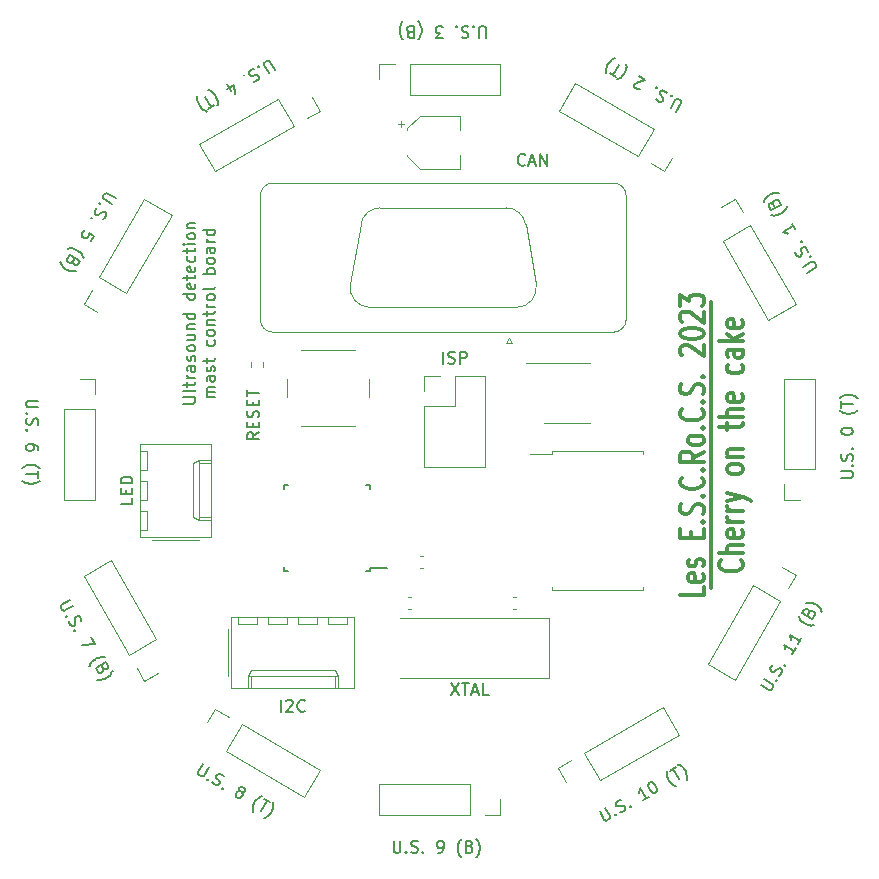
<source format=gbr>
%TF.GenerationSoftware,KiCad,Pcbnew,5.1.9+dfsg1-1+deb11u1*%
%TF.CreationDate,2022-11-12T21:31:23+01:00*%
%TF.ProjectId,ultrasonic_board,756c7472-6173-46f6-9e69-635f626f6172,rev?*%
%TF.SameCoordinates,PX8b48bd0PY4eb9cf0*%
%TF.FileFunction,Legend,Top*%
%TF.FilePolarity,Positive*%
%FSLAX46Y46*%
G04 Gerber Fmt 4.6, Leading zero omitted, Abs format (unit mm)*
G04 Created by KiCad (PCBNEW 5.1.9+dfsg1-1+deb11u1) date 2022-11-12 21:31:23*
%MOMM*%
%LPD*%
G01*
G04 APERTURE LIST*
%ADD10C,0.150000*%
%ADD11C,0.300000*%
%ADD12C,0.120000*%
G04 APERTURE END LIST*
D10*
X-21692620Y3025143D02*
X-20883096Y3025143D01*
X-20787858Y3072762D01*
X-20740239Y3120381D01*
X-20692620Y3215620D01*
X-20692620Y3406096D01*
X-20740239Y3501334D01*
X-20787858Y3548953D01*
X-20883096Y3596572D01*
X-21692620Y3596572D01*
X-20692620Y4215620D02*
X-20740239Y4120381D01*
X-20835477Y4072762D01*
X-21692620Y4072762D01*
X-21359286Y4453715D02*
X-21359286Y4834667D01*
X-21692620Y4596572D02*
X-20835477Y4596572D01*
X-20740239Y4644191D01*
X-20692620Y4739429D01*
X-20692620Y4834667D01*
X-20692620Y5168000D02*
X-21359286Y5168000D01*
X-21168810Y5168000D02*
X-21264048Y5215620D01*
X-21311667Y5263239D01*
X-21359286Y5358477D01*
X-21359286Y5453715D01*
X-20692620Y6215620D02*
X-21216429Y6215620D01*
X-21311667Y6168000D01*
X-21359286Y6072762D01*
X-21359286Y5882286D01*
X-21311667Y5787048D01*
X-20740239Y6215620D02*
X-20692620Y6120381D01*
X-20692620Y5882286D01*
X-20740239Y5787048D01*
X-20835477Y5739429D01*
X-20930715Y5739429D01*
X-21025953Y5787048D01*
X-21073572Y5882286D01*
X-21073572Y6120381D01*
X-21121191Y6215620D01*
X-20740239Y6644191D02*
X-20692620Y6739429D01*
X-20692620Y6929905D01*
X-20740239Y7025143D01*
X-20835477Y7072762D01*
X-20883096Y7072762D01*
X-20978334Y7025143D01*
X-21025953Y6929905D01*
X-21025953Y6787048D01*
X-21073572Y6691810D01*
X-21168810Y6644191D01*
X-21216429Y6644191D01*
X-21311667Y6691810D01*
X-21359286Y6787048D01*
X-21359286Y6929905D01*
X-21311667Y7025143D01*
X-20692620Y7644191D02*
X-20740239Y7548953D01*
X-20787858Y7501334D01*
X-20883096Y7453715D01*
X-21168810Y7453715D01*
X-21264048Y7501334D01*
X-21311667Y7548953D01*
X-21359286Y7644191D01*
X-21359286Y7787048D01*
X-21311667Y7882286D01*
X-21264048Y7929905D01*
X-21168810Y7977524D01*
X-20883096Y7977524D01*
X-20787858Y7929905D01*
X-20740239Y7882286D01*
X-20692620Y7787048D01*
X-20692620Y7644191D01*
X-21359286Y8834667D02*
X-20692620Y8834667D01*
X-21359286Y8406096D02*
X-20835477Y8406096D01*
X-20740239Y8453715D01*
X-20692620Y8548953D01*
X-20692620Y8691810D01*
X-20740239Y8787048D01*
X-20787858Y8834667D01*
X-21359286Y9310858D02*
X-20692620Y9310858D01*
X-21264048Y9310858D02*
X-21311667Y9358477D01*
X-21359286Y9453715D01*
X-21359286Y9596572D01*
X-21311667Y9691810D01*
X-21216429Y9739429D01*
X-20692620Y9739429D01*
X-20692620Y10644191D02*
X-21692620Y10644191D01*
X-20740239Y10644191D02*
X-20692620Y10548953D01*
X-20692620Y10358477D01*
X-20740239Y10263239D01*
X-20787858Y10215620D01*
X-20883096Y10168000D01*
X-21168810Y10168000D01*
X-21264048Y10215620D01*
X-21311667Y10263239D01*
X-21359286Y10358477D01*
X-21359286Y10548953D01*
X-21311667Y10644191D01*
X-20692620Y12310858D02*
X-21692620Y12310858D01*
X-20740239Y12310858D02*
X-20692620Y12215620D01*
X-20692620Y12025143D01*
X-20740239Y11929905D01*
X-20787858Y11882286D01*
X-20883096Y11834667D01*
X-21168810Y11834667D01*
X-21264048Y11882286D01*
X-21311667Y11929905D01*
X-21359286Y12025143D01*
X-21359286Y12215620D01*
X-21311667Y12310858D01*
X-20740239Y13168000D02*
X-20692620Y13072762D01*
X-20692620Y12882286D01*
X-20740239Y12787048D01*
X-20835477Y12739429D01*
X-21216429Y12739429D01*
X-21311667Y12787048D01*
X-21359286Y12882286D01*
X-21359286Y13072762D01*
X-21311667Y13168000D01*
X-21216429Y13215620D01*
X-21121191Y13215620D01*
X-21025953Y12739429D01*
X-21359286Y13501334D02*
X-21359286Y13882286D01*
X-21692620Y13644191D02*
X-20835477Y13644191D01*
X-20740239Y13691810D01*
X-20692620Y13787048D01*
X-20692620Y13882286D01*
X-20740239Y14596572D02*
X-20692620Y14501334D01*
X-20692620Y14310858D01*
X-20740239Y14215620D01*
X-20835477Y14168000D01*
X-21216429Y14168000D01*
X-21311667Y14215620D01*
X-21359286Y14310858D01*
X-21359286Y14501334D01*
X-21311667Y14596572D01*
X-21216429Y14644191D01*
X-21121191Y14644191D01*
X-21025953Y14168000D01*
X-20740239Y15501334D02*
X-20692620Y15406096D01*
X-20692620Y15215620D01*
X-20740239Y15120381D01*
X-20787858Y15072762D01*
X-20883096Y15025143D01*
X-21168810Y15025143D01*
X-21264048Y15072762D01*
X-21311667Y15120381D01*
X-21359286Y15215620D01*
X-21359286Y15406096D01*
X-21311667Y15501334D01*
X-21359286Y15787048D02*
X-21359286Y16168000D01*
X-21692620Y15929905D02*
X-20835477Y15929905D01*
X-20740239Y15977524D01*
X-20692620Y16072762D01*
X-20692620Y16168000D01*
X-20692620Y16501334D02*
X-21359286Y16501334D01*
X-21692620Y16501334D02*
X-21645000Y16453715D01*
X-21597381Y16501334D01*
X-21645000Y16548953D01*
X-21692620Y16501334D01*
X-21597381Y16501334D01*
X-20692620Y17120381D02*
X-20740239Y17025143D01*
X-20787858Y16977524D01*
X-20883096Y16929905D01*
X-21168810Y16929905D01*
X-21264048Y16977524D01*
X-21311667Y17025143D01*
X-21359286Y17120381D01*
X-21359286Y17263239D01*
X-21311667Y17358477D01*
X-21264048Y17406096D01*
X-21168810Y17453715D01*
X-20883096Y17453715D01*
X-20787858Y17406096D01*
X-20740239Y17358477D01*
X-20692620Y17263239D01*
X-20692620Y17120381D01*
X-21359286Y17882286D02*
X-20692620Y17882286D01*
X-21264048Y17882286D02*
X-21311667Y17929905D01*
X-21359286Y18025143D01*
X-21359286Y18168000D01*
X-21311667Y18263239D01*
X-21216429Y18310858D01*
X-20692620Y18310858D01*
X-19042620Y3572762D02*
X-19709286Y3572762D01*
X-19614048Y3572762D02*
X-19661667Y3620381D01*
X-19709286Y3715620D01*
X-19709286Y3858477D01*
X-19661667Y3953715D01*
X-19566429Y4001334D01*
X-19042620Y4001334D01*
X-19566429Y4001334D02*
X-19661667Y4048953D01*
X-19709286Y4144191D01*
X-19709286Y4287048D01*
X-19661667Y4382286D01*
X-19566429Y4429905D01*
X-19042620Y4429905D01*
X-19042620Y5334667D02*
X-19566429Y5334667D01*
X-19661667Y5287048D01*
X-19709286Y5191810D01*
X-19709286Y5001334D01*
X-19661667Y4906096D01*
X-19090239Y5334667D02*
X-19042620Y5239429D01*
X-19042620Y5001334D01*
X-19090239Y4906096D01*
X-19185477Y4858477D01*
X-19280715Y4858477D01*
X-19375953Y4906096D01*
X-19423572Y5001334D01*
X-19423572Y5239429D01*
X-19471191Y5334667D01*
X-19090239Y5763239D02*
X-19042620Y5858477D01*
X-19042620Y6048953D01*
X-19090239Y6144191D01*
X-19185477Y6191810D01*
X-19233096Y6191810D01*
X-19328334Y6144191D01*
X-19375953Y6048953D01*
X-19375953Y5906096D01*
X-19423572Y5810858D01*
X-19518810Y5763239D01*
X-19566429Y5763239D01*
X-19661667Y5810858D01*
X-19709286Y5906096D01*
X-19709286Y6048953D01*
X-19661667Y6144191D01*
X-19709286Y6477524D02*
X-19709286Y6858477D01*
X-20042620Y6620381D02*
X-19185477Y6620381D01*
X-19090239Y6668000D01*
X-19042620Y6763239D01*
X-19042620Y6858477D01*
X-19090239Y8382286D02*
X-19042620Y8287048D01*
X-19042620Y8096572D01*
X-19090239Y8001334D01*
X-19137858Y7953715D01*
X-19233096Y7906096D01*
X-19518810Y7906096D01*
X-19614048Y7953715D01*
X-19661667Y8001334D01*
X-19709286Y8096572D01*
X-19709286Y8287048D01*
X-19661667Y8382286D01*
X-19042620Y8953715D02*
X-19090239Y8858477D01*
X-19137858Y8810858D01*
X-19233096Y8763239D01*
X-19518810Y8763239D01*
X-19614048Y8810858D01*
X-19661667Y8858477D01*
X-19709286Y8953715D01*
X-19709286Y9096572D01*
X-19661667Y9191810D01*
X-19614048Y9239429D01*
X-19518810Y9287048D01*
X-19233096Y9287048D01*
X-19137858Y9239429D01*
X-19090239Y9191810D01*
X-19042620Y9096572D01*
X-19042620Y8953715D01*
X-19709286Y9715620D02*
X-19042620Y9715620D01*
X-19614048Y9715620D02*
X-19661667Y9763239D01*
X-19709286Y9858477D01*
X-19709286Y10001334D01*
X-19661667Y10096572D01*
X-19566429Y10144191D01*
X-19042620Y10144191D01*
X-19709286Y10477524D02*
X-19709286Y10858477D01*
X-20042620Y10620381D02*
X-19185477Y10620381D01*
X-19090239Y10668000D01*
X-19042620Y10763239D01*
X-19042620Y10858477D01*
X-19042620Y11191810D02*
X-19709286Y11191810D01*
X-19518810Y11191810D02*
X-19614048Y11239429D01*
X-19661667Y11287048D01*
X-19709286Y11382286D01*
X-19709286Y11477524D01*
X-19042620Y11953715D02*
X-19090239Y11858477D01*
X-19137858Y11810858D01*
X-19233096Y11763239D01*
X-19518810Y11763239D01*
X-19614048Y11810858D01*
X-19661667Y11858477D01*
X-19709286Y11953715D01*
X-19709286Y12096572D01*
X-19661667Y12191810D01*
X-19614048Y12239429D01*
X-19518810Y12287048D01*
X-19233096Y12287048D01*
X-19137858Y12239429D01*
X-19090239Y12191810D01*
X-19042620Y12096572D01*
X-19042620Y11953715D01*
X-19042620Y12858477D02*
X-19090239Y12763239D01*
X-19185477Y12715620D01*
X-20042620Y12715620D01*
X-19042620Y14001334D02*
X-20042620Y14001334D01*
X-19661667Y14001334D02*
X-19709286Y14096572D01*
X-19709286Y14287048D01*
X-19661667Y14382286D01*
X-19614048Y14429905D01*
X-19518810Y14477524D01*
X-19233096Y14477524D01*
X-19137858Y14429905D01*
X-19090239Y14382286D01*
X-19042620Y14287048D01*
X-19042620Y14096572D01*
X-19090239Y14001334D01*
X-19042620Y15048953D02*
X-19090239Y14953715D01*
X-19137858Y14906096D01*
X-19233096Y14858477D01*
X-19518810Y14858477D01*
X-19614048Y14906096D01*
X-19661667Y14953715D01*
X-19709286Y15048953D01*
X-19709286Y15191810D01*
X-19661667Y15287048D01*
X-19614048Y15334667D01*
X-19518810Y15382286D01*
X-19233096Y15382286D01*
X-19137858Y15334667D01*
X-19090239Y15287048D01*
X-19042620Y15191810D01*
X-19042620Y15048953D01*
X-19042620Y16239429D02*
X-19566429Y16239429D01*
X-19661667Y16191810D01*
X-19709286Y16096572D01*
X-19709286Y15906096D01*
X-19661667Y15810858D01*
X-19090239Y16239429D02*
X-19042620Y16144191D01*
X-19042620Y15906096D01*
X-19090239Y15810858D01*
X-19185477Y15763239D01*
X-19280715Y15763239D01*
X-19375953Y15810858D01*
X-19423572Y15906096D01*
X-19423572Y16144191D01*
X-19471191Y16239429D01*
X-19042620Y16715620D02*
X-19709286Y16715620D01*
X-19518810Y16715620D02*
X-19614048Y16763239D01*
X-19661667Y16810858D01*
X-19709286Y16906096D01*
X-19709286Y17001334D01*
X-19042620Y17763239D02*
X-20042620Y17763239D01*
X-19090239Y17763239D02*
X-19042620Y17668000D01*
X-19042620Y17477524D01*
X-19090239Y17382286D01*
X-19137858Y17334667D01*
X-19233096Y17287048D01*
X-19518810Y17287048D01*
X-19614048Y17334667D01*
X-19661667Y17382286D01*
X-19709286Y17477524D01*
X-19709286Y17668000D01*
X-19661667Y17763239D01*
D11*
X22368761Y-12472285D02*
X22368761Y-13186571D01*
X20368761Y-13186571D01*
X22273523Y-11400857D02*
X22368761Y-11543714D01*
X22368761Y-11829428D01*
X22273523Y-11972285D01*
X22083047Y-12043714D01*
X21321142Y-12043714D01*
X21130666Y-11972285D01*
X21035428Y-11829428D01*
X21035428Y-11543714D01*
X21130666Y-11400857D01*
X21321142Y-11329428D01*
X21511619Y-11329428D01*
X21702095Y-12043714D01*
X22273523Y-10758000D02*
X22368761Y-10615142D01*
X22368761Y-10329428D01*
X22273523Y-10186571D01*
X22083047Y-10115142D01*
X21987809Y-10115142D01*
X21797333Y-10186571D01*
X21702095Y-10329428D01*
X21702095Y-10543714D01*
X21606857Y-10686571D01*
X21416380Y-10758000D01*
X21321142Y-10758000D01*
X21130666Y-10686571D01*
X21035428Y-10543714D01*
X21035428Y-10329428D01*
X21130666Y-10186571D01*
X21321142Y-8329428D02*
X21321142Y-7829428D01*
X22368761Y-7615142D02*
X22368761Y-8329428D01*
X20368761Y-8329428D01*
X20368761Y-7615142D01*
X22178285Y-6972285D02*
X22273523Y-6900857D01*
X22368761Y-6972285D01*
X22273523Y-7043714D01*
X22178285Y-6972285D01*
X22368761Y-6972285D01*
X22273523Y-6329428D02*
X22368761Y-6115142D01*
X22368761Y-5758000D01*
X22273523Y-5615142D01*
X22178285Y-5543714D01*
X21987809Y-5472285D01*
X21797333Y-5472285D01*
X21606857Y-5543714D01*
X21511619Y-5615142D01*
X21416380Y-5758000D01*
X21321142Y-6043714D01*
X21225904Y-6186571D01*
X21130666Y-6258000D01*
X20940190Y-6329428D01*
X20749714Y-6329428D01*
X20559238Y-6258000D01*
X20464000Y-6186571D01*
X20368761Y-6043714D01*
X20368761Y-5686571D01*
X20464000Y-5472285D01*
X22178285Y-4829428D02*
X22273523Y-4758000D01*
X22368761Y-4829428D01*
X22273523Y-4900857D01*
X22178285Y-4829428D01*
X22368761Y-4829428D01*
X22178285Y-3258000D02*
X22273523Y-3329428D01*
X22368761Y-3543714D01*
X22368761Y-3686571D01*
X22273523Y-3900857D01*
X22083047Y-4043714D01*
X21892571Y-4115142D01*
X21511619Y-4186571D01*
X21225904Y-4186571D01*
X20844952Y-4115142D01*
X20654476Y-4043714D01*
X20464000Y-3900857D01*
X20368761Y-3686571D01*
X20368761Y-3543714D01*
X20464000Y-3329428D01*
X20559238Y-3258000D01*
X22178285Y-2615142D02*
X22273523Y-2543714D01*
X22368761Y-2615142D01*
X22273523Y-2686571D01*
X22178285Y-2615142D01*
X22368761Y-2615142D01*
X22368761Y-1043714D02*
X21416380Y-1543714D01*
X22368761Y-1900857D02*
X20368761Y-1900857D01*
X20368761Y-1329428D01*
X20464000Y-1186571D01*
X20559238Y-1115142D01*
X20749714Y-1043714D01*
X21035428Y-1043714D01*
X21225904Y-1115142D01*
X21321142Y-1186571D01*
X21416380Y-1329428D01*
X21416380Y-1900857D01*
X22368761Y-186571D02*
X22273523Y-329428D01*
X22178285Y-400857D01*
X21987809Y-472285D01*
X21416380Y-472285D01*
X21225904Y-400857D01*
X21130666Y-329428D01*
X21035428Y-186571D01*
X21035428Y27715D01*
X21130666Y170572D01*
X21225904Y242000D01*
X21416380Y313429D01*
X21987809Y313429D01*
X22178285Y242000D01*
X22273523Y170572D01*
X22368761Y27715D01*
X22368761Y-186571D01*
X22178285Y956286D02*
X22273523Y1027715D01*
X22368761Y956286D01*
X22273523Y884858D01*
X22178285Y956286D01*
X22368761Y956286D01*
X22178285Y2527715D02*
X22273523Y2456286D01*
X22368761Y2242000D01*
X22368761Y2099143D01*
X22273523Y1884858D01*
X22083047Y1742000D01*
X21892571Y1670572D01*
X21511619Y1599143D01*
X21225904Y1599143D01*
X20844952Y1670572D01*
X20654476Y1742000D01*
X20464000Y1884858D01*
X20368761Y2099143D01*
X20368761Y2242000D01*
X20464000Y2456286D01*
X20559238Y2527715D01*
X22178285Y3170572D02*
X22273523Y3242000D01*
X22368761Y3170572D01*
X22273523Y3099143D01*
X22178285Y3170572D01*
X22368761Y3170572D01*
X22273523Y3813429D02*
X22368761Y4027715D01*
X22368761Y4384858D01*
X22273523Y4527715D01*
X22178285Y4599143D01*
X21987809Y4670572D01*
X21797333Y4670572D01*
X21606857Y4599143D01*
X21511619Y4527715D01*
X21416380Y4384858D01*
X21321142Y4099143D01*
X21225904Y3956286D01*
X21130666Y3884858D01*
X20940190Y3813429D01*
X20749714Y3813429D01*
X20559238Y3884858D01*
X20464000Y3956286D01*
X20368761Y4099143D01*
X20368761Y4456286D01*
X20464000Y4670572D01*
X22178285Y5313429D02*
X22273523Y5384858D01*
X22368761Y5313429D01*
X22273523Y5242000D01*
X22178285Y5313429D01*
X22368761Y5313429D01*
X20559238Y7099143D02*
X20464000Y7170572D01*
X20368761Y7313429D01*
X20368761Y7670572D01*
X20464000Y7813429D01*
X20559238Y7884858D01*
X20749714Y7956286D01*
X20940190Y7956286D01*
X21225904Y7884858D01*
X22368761Y7027715D01*
X22368761Y7956286D01*
X20368761Y8884858D02*
X20368761Y9027715D01*
X20464000Y9170572D01*
X20559238Y9242000D01*
X20749714Y9313429D01*
X21130666Y9384858D01*
X21606857Y9384858D01*
X21987809Y9313429D01*
X22178285Y9242000D01*
X22273523Y9170572D01*
X22368761Y9027715D01*
X22368761Y8884858D01*
X22273523Y8742000D01*
X22178285Y8670572D01*
X21987809Y8599143D01*
X21606857Y8527715D01*
X21130666Y8527715D01*
X20749714Y8599143D01*
X20559238Y8670572D01*
X20464000Y8742000D01*
X20368761Y8884858D01*
X20559238Y9956286D02*
X20464000Y10027715D01*
X20368761Y10170572D01*
X20368761Y10527715D01*
X20464000Y10670572D01*
X20559238Y10742000D01*
X20749714Y10813429D01*
X20940190Y10813429D01*
X21225904Y10742000D01*
X22368761Y9884858D01*
X22368761Y10813429D01*
X20368761Y11313429D02*
X20368761Y12242000D01*
X21130666Y11742000D01*
X21130666Y11956286D01*
X21225904Y12099143D01*
X21321142Y12170572D01*
X21511619Y12242000D01*
X21987809Y12242000D01*
X22178285Y12170572D01*
X22273523Y12099143D01*
X22368761Y11956286D01*
X22368761Y11527715D01*
X22273523Y11384858D01*
X22178285Y11313429D01*
X22934000Y-12615142D02*
X22934000Y-11472285D01*
X22934000Y-11472285D02*
X22934000Y-9972285D01*
X25478285Y-10258000D02*
X25573523Y-10329428D01*
X25668761Y-10543714D01*
X25668761Y-10686571D01*
X25573523Y-10900857D01*
X25383047Y-11043714D01*
X25192571Y-11115142D01*
X24811619Y-11186571D01*
X24525904Y-11186571D01*
X24144952Y-11115142D01*
X23954476Y-11043714D01*
X23764000Y-10900857D01*
X23668761Y-10686571D01*
X23668761Y-10543714D01*
X23764000Y-10329428D01*
X23859238Y-10258000D01*
X22934000Y-9972285D02*
X22934000Y-8615142D01*
X25668761Y-9615142D02*
X23668761Y-9615142D01*
X25668761Y-8972285D02*
X24621142Y-8972285D01*
X24430666Y-9043714D01*
X24335428Y-9186571D01*
X24335428Y-9400857D01*
X24430666Y-9543714D01*
X24525904Y-9615142D01*
X22934000Y-8615142D02*
X22934000Y-7329428D01*
X25573523Y-7686571D02*
X25668761Y-7829428D01*
X25668761Y-8115142D01*
X25573523Y-8258000D01*
X25383047Y-8329428D01*
X24621142Y-8329428D01*
X24430666Y-8258000D01*
X24335428Y-8115142D01*
X24335428Y-7829428D01*
X24430666Y-7686571D01*
X24621142Y-7615142D01*
X24811619Y-7615142D01*
X25002095Y-8329428D01*
X22934000Y-7329428D02*
X22934000Y-6400857D01*
X25668761Y-6972285D02*
X24335428Y-6972285D01*
X24716380Y-6972285D02*
X24525904Y-6900857D01*
X24430666Y-6829428D01*
X24335428Y-6686571D01*
X24335428Y-6543714D01*
X22934000Y-6400857D02*
X22934000Y-5472285D01*
X25668761Y-6043714D02*
X24335428Y-6043714D01*
X24716380Y-6043714D02*
X24525904Y-5972285D01*
X24430666Y-5900857D01*
X24335428Y-5758000D01*
X24335428Y-5615142D01*
X22934000Y-5472285D02*
X22934000Y-4329428D01*
X24335428Y-5258000D02*
X25668761Y-4900857D01*
X24335428Y-4543714D02*
X25668761Y-4900857D01*
X26144952Y-5043714D01*
X26240190Y-5115142D01*
X26335428Y-5258000D01*
X22934000Y-4329428D02*
X22934000Y-3186571D01*
X22934000Y-3186571D02*
X22934000Y-1829428D01*
X25668761Y-2615142D02*
X25573523Y-2758000D01*
X25478285Y-2829428D01*
X25287809Y-2900857D01*
X24716380Y-2900857D01*
X24525904Y-2829428D01*
X24430666Y-2758000D01*
X24335428Y-2615142D01*
X24335428Y-2400857D01*
X24430666Y-2258000D01*
X24525904Y-2186571D01*
X24716380Y-2115142D01*
X25287809Y-2115142D01*
X25478285Y-2186571D01*
X25573523Y-2258000D01*
X25668761Y-2400857D01*
X25668761Y-2615142D01*
X22934000Y-1829428D02*
X22934000Y-472285D01*
X24335428Y-1472285D02*
X25668761Y-1472285D01*
X24525904Y-1472285D02*
X24430666Y-1400857D01*
X24335428Y-1258000D01*
X24335428Y-1043714D01*
X24430666Y-900857D01*
X24621142Y-829428D01*
X25668761Y-829428D01*
X22934000Y-472285D02*
X22934000Y670572D01*
X22934000Y670572D02*
X22934000Y1527715D01*
X24335428Y813429D02*
X24335428Y1384858D01*
X23668761Y1027715D02*
X25383047Y1027715D01*
X25573523Y1099143D01*
X25668761Y1242000D01*
X25668761Y1384858D01*
X22934000Y1527715D02*
X22934000Y2884858D01*
X25668761Y1884858D02*
X23668761Y1884858D01*
X25668761Y2527715D02*
X24621142Y2527715D01*
X24430666Y2456286D01*
X24335428Y2313429D01*
X24335428Y2099143D01*
X24430666Y1956286D01*
X24525904Y1884858D01*
X22934000Y2884858D02*
X22934000Y4170572D01*
X25573523Y3813429D02*
X25668761Y3670572D01*
X25668761Y3384858D01*
X25573523Y3242000D01*
X25383047Y3170572D01*
X24621142Y3170572D01*
X24430666Y3242000D01*
X24335428Y3384858D01*
X24335428Y3670572D01*
X24430666Y3813429D01*
X24621142Y3884858D01*
X24811619Y3884858D01*
X25002095Y3170572D01*
X22934000Y4170572D02*
X22934000Y5313429D01*
X22934000Y5313429D02*
X22934000Y6599143D01*
X25573523Y6313429D02*
X25668761Y6170572D01*
X25668761Y5884858D01*
X25573523Y5742000D01*
X25478285Y5670572D01*
X25287809Y5599143D01*
X24716380Y5599143D01*
X24525904Y5670572D01*
X24430666Y5742000D01*
X24335428Y5884858D01*
X24335428Y6170572D01*
X24430666Y6313429D01*
X22934000Y6599143D02*
X22934000Y7956286D01*
X25668761Y7599143D02*
X24621142Y7599143D01*
X24430666Y7527715D01*
X24335428Y7384858D01*
X24335428Y7099143D01*
X24430666Y6956286D01*
X25573523Y7599143D02*
X25668761Y7456286D01*
X25668761Y7099143D01*
X25573523Y6956286D01*
X25383047Y6884858D01*
X25192571Y6884858D01*
X25002095Y6956286D01*
X24906857Y7099143D01*
X24906857Y7456286D01*
X24811619Y7599143D01*
X22934000Y7956286D02*
X22934000Y9170572D01*
X25668761Y8313429D02*
X23668761Y8313429D01*
X24906857Y8456286D02*
X25668761Y8884858D01*
X24335428Y8884858D02*
X25097333Y8313429D01*
X22934000Y9170572D02*
X22934000Y10456286D01*
X25573523Y10099143D02*
X25668761Y9956286D01*
X25668761Y9670572D01*
X25573523Y9527715D01*
X25383047Y9456286D01*
X24621142Y9456286D01*
X24430666Y9527715D01*
X24335428Y9670572D01*
X24335428Y9956286D01*
X24430666Y10099143D01*
X24621142Y10170572D01*
X24811619Y10170572D01*
X25002095Y9456286D01*
X22934000Y10456286D02*
X22934000Y11599143D01*
D10*
X293809Y6405620D02*
X293809Y7405620D01*
X722380Y6453239D02*
X865238Y6405620D01*
X1103333Y6405620D01*
X1198571Y6453239D01*
X1246190Y6500858D01*
X1293809Y6596096D01*
X1293809Y6691334D01*
X1246190Y6786572D01*
X1198571Y6834191D01*
X1103333Y6881810D01*
X912857Y6929429D01*
X817619Y6977048D01*
X770000Y7024667D01*
X722380Y7119905D01*
X722380Y7215143D01*
X770000Y7310381D01*
X817619Y7358000D01*
X912857Y7405620D01*
X1150952Y7405620D01*
X1293809Y7358000D01*
X1722380Y6405620D02*
X1722380Y7405620D01*
X2103333Y7405620D01*
X2198571Y7358000D01*
X2246190Y7310381D01*
X2293809Y7215143D01*
X2293809Y7072286D01*
X2246190Y6977048D01*
X2198571Y6929429D01*
X2103333Y6881810D01*
X1722380Y6881810D01*
D12*
%TO.C,RESET*%
X-5950000Y3604000D02*
X-5950000Y5104000D01*
X-7200000Y7604000D02*
X-11700000Y7604000D01*
X-12950000Y5104000D02*
X-12950000Y3604000D01*
X-11700000Y1104000D02*
X-7200000Y1104000D01*
%TO.C,C1*%
X6490580Y-13333000D02*
X6209420Y-13333000D01*
X6490580Y-14353000D02*
X6209420Y-14353000D01*
%TO.C,C2*%
X-2399420Y-14353000D02*
X-2680580Y-14353000D01*
X-2399420Y-13333000D02*
X-2680580Y-13333000D01*
%TO.C,C3*%
X-3258000Y26956000D02*
X-3258000Y26456000D01*
X-3508000Y26706000D02*
X-3008000Y26706000D01*
X-2768000Y23950437D02*
X-1703563Y22886000D01*
X-2768000Y26341563D02*
X-1703563Y27406000D01*
X-2768000Y26341563D02*
X-2768000Y26206000D01*
X-2768000Y23950437D02*
X-2768000Y24086000D01*
X-1703563Y22886000D02*
X1752000Y22886000D01*
X-1703563Y27406000D02*
X1752000Y27406000D01*
X1752000Y27406000D02*
X1752000Y26206000D01*
X1752000Y22886000D02*
X1752000Y24086000D01*
%TO.C,C4*%
X-1664580Y-10924000D02*
X-1383420Y-10924000D01*
X-1664580Y-9904000D02*
X-1383420Y-9904000D01*
%TO.C,LED*%
X-24782000Y-978000D02*
X-25382000Y-978000D01*
X-24782000Y-2578000D02*
X-24782000Y-978000D01*
X-25382000Y-2578000D02*
X-24782000Y-2578000D01*
X-24782000Y-3518000D02*
X-25382000Y-3518000D01*
X-24782000Y-5118000D02*
X-24782000Y-3518000D01*
X-25382000Y-5118000D02*
X-24782000Y-5118000D01*
X-24782000Y-6058000D02*
X-25382000Y-6058000D01*
X-24782000Y-7658000D02*
X-24782000Y-6058000D01*
X-25382000Y-7658000D02*
X-24782000Y-7658000D01*
X-19362000Y-2028000D02*
X-20362000Y-2028000D01*
X-19362000Y-6608000D02*
X-20362000Y-6608000D01*
X-20892000Y-2028000D02*
X-20362000Y-1778000D01*
X-20892000Y-6608000D02*
X-20892000Y-2028000D01*
X-20362000Y-6858000D02*
X-20892000Y-6608000D01*
X-20362000Y-1778000D02*
X-19362000Y-1778000D01*
X-20362000Y-6858000D02*
X-20362000Y-1778000D01*
X-19362000Y-6858000D02*
X-20362000Y-6858000D01*
X-24352000Y-8528000D02*
X-20352000Y-8528000D01*
X-25382000Y-398000D02*
X-25382000Y-8238000D01*
X-19362000Y-398000D02*
X-25382000Y-398000D01*
X-19362000Y-8238000D02*
X-19362000Y-398000D01*
X-25382000Y-8238000D02*
X-19362000Y-8238000D01*
%TO.C,J2*%
X-1330000Y5394000D02*
X0Y5394000D01*
X-1330000Y4064000D02*
X-1330000Y5394000D01*
X1270000Y5394000D02*
X3870000Y5394000D01*
X1270000Y2794000D02*
X1270000Y5394000D01*
X-1330000Y2794000D02*
X1270000Y2794000D01*
X3870000Y5394000D02*
X3870000Y-2346000D01*
X-1330000Y2794000D02*
X-1330000Y-2346000D01*
X-1330000Y-2346000D02*
X3870000Y-2346000D01*
%TO.C,I2C*%
X-7836000Y-15604000D02*
X-7836000Y-15004000D01*
X-9436000Y-15604000D02*
X-7836000Y-15604000D01*
X-9436000Y-15004000D02*
X-9436000Y-15604000D01*
X-10376000Y-15604000D02*
X-10376000Y-15004000D01*
X-11976000Y-15604000D02*
X-10376000Y-15604000D01*
X-11976000Y-15004000D02*
X-11976000Y-15604000D01*
X-12916000Y-15604000D02*
X-12916000Y-15004000D01*
X-14516000Y-15604000D02*
X-12916000Y-15604000D01*
X-14516000Y-15004000D02*
X-14516000Y-15604000D01*
X-15456000Y-15604000D02*
X-15456000Y-15004000D01*
X-17056000Y-15604000D02*
X-15456000Y-15604000D01*
X-17056000Y-15004000D02*
X-17056000Y-15604000D01*
X-8886000Y-21024000D02*
X-8886000Y-20024000D01*
X-16006000Y-21024000D02*
X-16006000Y-20024000D01*
X-8886000Y-19494000D02*
X-8636000Y-20024000D01*
X-16006000Y-19494000D02*
X-8886000Y-19494000D01*
X-16256000Y-20024000D02*
X-16006000Y-19494000D01*
X-8636000Y-20024000D02*
X-8636000Y-21024000D01*
X-16256000Y-20024000D02*
X-8636000Y-20024000D01*
X-16256000Y-21024000D02*
X-16256000Y-20024000D01*
X-17926000Y-16034000D02*
X-17926000Y-20034000D01*
X-7256000Y-15004000D02*
X-17636000Y-15004000D01*
X-7256000Y-21024000D02*
X-7256000Y-15004000D01*
X-17636000Y-21024000D02*
X-7256000Y-21024000D01*
X-17636000Y-15004000D02*
X-17636000Y-21024000D01*
%TO.C,U.S. 0 (T)*%
X31810000Y-2540000D02*
X29150000Y-2540000D01*
X31810000Y-2540000D02*
X31810000Y5140000D01*
X31810000Y5140000D02*
X29150000Y5140000D01*
X29150000Y-2540000D02*
X29150000Y5140000D01*
X29150000Y-5140000D02*
X29150000Y-3810000D01*
X30480000Y-5140000D02*
X29150000Y-5140000D01*
%TO.C,U.S. 1 (B)*%
X23846000Y19693814D02*
X24997814Y20358814D01*
X24997814Y20358814D02*
X25662814Y19207000D01*
X26297814Y18107148D02*
X30137814Y11456073D01*
X27834186Y10126073D02*
X30137814Y11456073D01*
X23994186Y16777148D02*
X27834186Y10126073D01*
X23994186Y16777148D02*
X26297814Y18107148D01*
%TO.C,U.S. 2 (T)*%
X19693814Y23846000D02*
X19028814Y22694186D01*
X19028814Y22694186D02*
X17877000Y23359186D01*
X16777148Y23994186D02*
X10126073Y27834186D01*
X11456073Y30137814D02*
X10126073Y27834186D01*
X18107148Y26297814D02*
X11456073Y30137814D01*
X18107148Y26297814D02*
X16777148Y23994186D01*
%TO.C,U.S. 3 (B)*%
X-2540000Y29150000D02*
X-2540000Y31810000D01*
X-2540000Y29150000D02*
X5140000Y29150000D01*
X5140000Y29150000D02*
X5140000Y31810000D01*
X-2540000Y31810000D02*
X5140000Y31810000D01*
X-5140000Y31810000D02*
X-3810000Y31810000D01*
X-5140000Y30480000D02*
X-5140000Y31810000D01*
%TO.C,U.S. 4 (T)*%
X-13702852Y28837814D02*
X-12372852Y26534186D01*
X-13702852Y28837814D02*
X-20353927Y24997814D01*
X-20353927Y24997814D02*
X-19023927Y22694186D01*
X-12372852Y26534186D02*
X-19023927Y22694186D01*
X-10121186Y27834186D02*
X-11273000Y27169186D01*
X-10786186Y28986000D02*
X-10121186Y27834186D01*
%TO.C,U.S. 5 (B)*%
X-28986000Y10786186D02*
X-30137814Y11451186D01*
X-30137814Y11451186D02*
X-29472814Y12603000D01*
X-28837814Y13702852D02*
X-24997814Y20353927D01*
X-22694186Y19023927D02*
X-24997814Y20353927D01*
X-26534186Y12372852D02*
X-22694186Y19023927D01*
X-26534186Y12372852D02*
X-28837814Y13702852D01*
%TO.C,U.S. 6 (T)*%
X-30480000Y5140000D02*
X-29150000Y5140000D01*
X-29150000Y5140000D02*
X-29150000Y3810000D01*
X-29150000Y2540000D02*
X-29150000Y-5140000D01*
X-31810000Y-5140000D02*
X-29150000Y-5140000D01*
X-31810000Y2540000D02*
X-31810000Y-5140000D01*
X-31810000Y2540000D02*
X-29150000Y2540000D01*
%TO.C,U.S. 7 (B)*%
X-23994186Y-16904148D02*
X-26297814Y-18234148D01*
X-23994186Y-16904148D02*
X-27834186Y-10253073D01*
X-27834186Y-10253073D02*
X-30137814Y-11583073D01*
X-26297814Y-18234148D02*
X-30137814Y-11583073D01*
X-24997814Y-20485814D02*
X-25662814Y-19334000D01*
X-23846000Y-19820814D02*
X-24997814Y-20485814D01*
%TO.C,U.S. 8 (T)*%
X-19693814Y-23973000D02*
X-19028814Y-22821186D01*
X-19028814Y-22821186D02*
X-17877000Y-23486186D01*
X-16777148Y-24121186D02*
X-10126073Y-27961186D01*
X-11456073Y-30264814D02*
X-10126073Y-27961186D01*
X-18107148Y-26424814D02*
X-11456073Y-30264814D01*
X-18107148Y-26424814D02*
X-16777148Y-24121186D01*
%TO.C,U.S. 9 (B)*%
X5140000Y-30480000D02*
X5140000Y-31810000D01*
X5140000Y-31810000D02*
X3810000Y-31810000D01*
X2540000Y-31810000D02*
X-5140000Y-31810000D01*
X-5140000Y-29150000D02*
X-5140000Y-31810000D01*
X2540000Y-29150000D02*
X-5140000Y-29150000D01*
X2540000Y-29150000D02*
X2540000Y-31810000D01*
%TO.C,U.S. 10 (T)*%
X13575852Y-28837814D02*
X12245852Y-26534186D01*
X13575852Y-28837814D02*
X20226927Y-24997814D01*
X20226927Y-24997814D02*
X18896927Y-22694186D01*
X12245852Y-26534186D02*
X18896927Y-22694186D01*
X9994186Y-27834186D02*
X11146000Y-27169186D01*
X10659186Y-28986000D02*
X9994186Y-27834186D01*
%TO.C,U.S. 11 (B)*%
X26534186Y-12372852D02*
X28837814Y-13702852D01*
X26534186Y-12372852D02*
X22694186Y-19023927D01*
X22694186Y-19023927D02*
X24997814Y-20353927D01*
X28837814Y-13702852D02*
X24997814Y-20353927D01*
X30137814Y-11451186D02*
X29472814Y-12603000D01*
X28986000Y-10786186D02*
X30137814Y-11451186D01*
%TO.C,R1*%
X-16016500Y6587258D02*
X-16016500Y6112742D01*
X-14971500Y6587258D02*
X-14971500Y6112742D01*
D10*
%TO.C,U1*%
X-5900000Y-10893000D02*
X-4475000Y-10893000D01*
X-13150000Y-11118000D02*
X-12825000Y-11118000D01*
X-13150000Y-3868000D02*
X-12825000Y-3868000D01*
X-5900000Y-3868000D02*
X-6225000Y-3868000D01*
X-5900000Y-11118000D02*
X-6225000Y-11118000D01*
X-5900000Y-3868000D02*
X-5900000Y-4193000D01*
X-13150000Y-3868000D02*
X-13150000Y-4193000D01*
X-13150000Y-11118000D02*
X-13150000Y-10793000D01*
X-5900000Y-11118000D02*
X-5900000Y-10893000D01*
D12*
%TO.C,XTAL*%
X9240000Y-15103000D02*
X-3360000Y-15103000D01*
X9240000Y-20203000D02*
X9240000Y-15103000D01*
X-3360000Y-20203000D02*
X9240000Y-20203000D01*
%TO.C,CAN*%
X14727000Y9080000D02*
X-14123000Y9080000D01*
X-15183000Y10140000D02*
X-15183000Y20640000D01*
X-14123000Y21700000D02*
X14727000Y21700000D01*
X15787000Y20640000D02*
X15787000Y10140000D01*
X6092000Y8185662D02*
X5592000Y8185662D01*
X5592000Y8185662D02*
X5842000Y8618675D01*
X5842000Y8618675D02*
X6092000Y8185662D01*
X6533689Y11180000D02*
X-5929689Y11180000D01*
X5634421Y19600000D02*
X-5030421Y19600000D01*
X-7564470Y13128256D02*
X-6665202Y18228256D01*
X8168470Y13128256D02*
X7269202Y18228256D01*
X14727000Y9080000D02*
G75*
G03*
X15787000Y10140000I0J1060000D01*
G01*
X-15183000Y10140000D02*
G75*
G03*
X-14123000Y9080000I1060000J0D01*
G01*
X14727000Y21700000D02*
G75*
G02*
X15787000Y20640000I0J-1060000D01*
G01*
X-14123000Y21700000D02*
G75*
G03*
X-15183000Y20640000I0J-1060000D01*
G01*
X8168470Y13128256D02*
G75*
G02*
X6533689Y11180000I-1634781J-288256D01*
G01*
X-7564470Y13128256D02*
G75*
G03*
X-5929689Y11180000I1634781J-288256D01*
G01*
X7269202Y18228256D02*
G75*
G03*
X5634421Y19600000I-1634781J-288256D01*
G01*
X-6665202Y18228256D02*
G75*
G02*
X-5030421Y19600000I1634781J-288256D01*
G01*
%TO.C,U2*%
X13335000Y-12743000D02*
X17195000Y-12743000D01*
X17195000Y-12743000D02*
X17195000Y-12498000D01*
X13335000Y-12743000D02*
X9475000Y-12743000D01*
X9475000Y-12743000D02*
X9475000Y-12498000D01*
X13335000Y-973000D02*
X17195000Y-973000D01*
X17195000Y-973000D02*
X17195000Y-1218000D01*
X13335000Y-973000D02*
X9475000Y-973000D01*
X9475000Y-973000D02*
X9475000Y-1218000D01*
X9475000Y-1218000D02*
X7660000Y-1218000D01*
%TO.C,U3*%
X10795000Y1377000D02*
X12745000Y1377000D01*
X10795000Y1377000D02*
X8845000Y1377000D01*
X10795000Y6497000D02*
X12745000Y6497000D01*
X10795000Y6497000D02*
X7345000Y6497000D01*
%TO.C,RESET*%
D10*
X-15295620Y579620D02*
X-15771810Y246286D01*
X-15295620Y8191D02*
X-16295620Y8191D01*
X-16295620Y389143D01*
X-16248000Y484381D01*
X-16200381Y532000D01*
X-16105143Y579620D01*
X-15962286Y579620D01*
X-15867048Y532000D01*
X-15819429Y484381D01*
X-15771810Y389143D01*
X-15771810Y8191D01*
X-15819429Y1008191D02*
X-15819429Y1341524D01*
X-15295620Y1484381D02*
X-15295620Y1008191D01*
X-16295620Y1008191D01*
X-16295620Y1484381D01*
X-15343239Y1865334D02*
X-15295620Y2008191D01*
X-15295620Y2246286D01*
X-15343239Y2341524D01*
X-15390858Y2389143D01*
X-15486096Y2436762D01*
X-15581334Y2436762D01*
X-15676572Y2389143D01*
X-15724191Y2341524D01*
X-15771810Y2246286D01*
X-15819429Y2055810D01*
X-15867048Y1960572D01*
X-15914667Y1912953D01*
X-16009905Y1865334D01*
X-16105143Y1865334D01*
X-16200381Y1912953D01*
X-16248000Y1960572D01*
X-16295620Y2055810D01*
X-16295620Y2293905D01*
X-16248000Y2436762D01*
X-15819429Y2865334D02*
X-15819429Y3198667D01*
X-15295620Y3341524D02*
X-15295620Y2865334D01*
X-16295620Y2865334D01*
X-16295620Y3341524D01*
X-16295620Y3627239D02*
X-16295620Y4198667D01*
X-15295620Y3912953D02*
X-16295620Y3912953D01*
%TO.C,LED*%
X-26019620Y-4960857D02*
X-26019620Y-5437047D01*
X-27019620Y-5437047D01*
X-26543429Y-4627523D02*
X-26543429Y-4294190D01*
X-26019620Y-4151333D02*
X-26019620Y-4627523D01*
X-27019620Y-4627523D01*
X-27019620Y-4151333D01*
X-26019620Y-3722761D02*
X-27019620Y-3722761D01*
X-27019620Y-3484666D01*
X-26972000Y-3341809D01*
X-26876762Y-3246571D01*
X-26781524Y-3198952D01*
X-26591048Y-3151333D01*
X-26448191Y-3151333D01*
X-26257715Y-3198952D01*
X-26162477Y-3246571D01*
X-26067239Y-3341809D01*
X-26019620Y-3484666D01*
X-26019620Y-3722761D01*
%TO.C,I2C*%
X-13422191Y-23058380D02*
X-13422191Y-22058380D01*
X-12993620Y-22153619D02*
X-12946000Y-22106000D01*
X-12850762Y-22058380D01*
X-12612667Y-22058380D01*
X-12517429Y-22106000D01*
X-12469810Y-22153619D01*
X-12422191Y-22248857D01*
X-12422191Y-22344095D01*
X-12469810Y-22486952D01*
X-13041239Y-23058380D01*
X-12422191Y-23058380D01*
X-11422191Y-22963142D02*
X-11469810Y-23010761D01*
X-11612667Y-23058380D01*
X-11707905Y-23058380D01*
X-11850762Y-23010761D01*
X-11946000Y-22915523D01*
X-11993620Y-22820285D01*
X-12041239Y-22629809D01*
X-12041239Y-22486952D01*
X-11993620Y-22296476D01*
X-11946000Y-22201238D01*
X-11850762Y-22106000D01*
X-11707905Y-22058380D01*
X-11612667Y-22058380D01*
X-11469810Y-22106000D01*
X-11422191Y-22153619D01*
%TO.C,U.S. 0 (T)*%
X33996380Y-3269809D02*
X34805904Y-3269809D01*
X34901142Y-3222190D01*
X34948761Y-3174571D01*
X34996380Y-3079333D01*
X34996380Y-2888857D01*
X34948761Y-2793619D01*
X34901142Y-2746000D01*
X34805904Y-2698380D01*
X33996380Y-2698380D01*
X34901142Y-2222190D02*
X34948761Y-2174571D01*
X34996380Y-2222190D01*
X34948761Y-2269809D01*
X34901142Y-2222190D01*
X34996380Y-2222190D01*
X34948761Y-1793619D02*
X34996380Y-1650761D01*
X34996380Y-1412666D01*
X34948761Y-1317428D01*
X34901142Y-1269809D01*
X34805904Y-1222190D01*
X34710666Y-1222190D01*
X34615428Y-1269809D01*
X34567809Y-1317428D01*
X34520190Y-1412666D01*
X34472571Y-1603142D01*
X34424952Y-1698380D01*
X34377333Y-1746000D01*
X34282095Y-1793619D01*
X34186857Y-1793619D01*
X34091619Y-1746000D01*
X34044000Y-1698380D01*
X33996380Y-1603142D01*
X33996380Y-1365047D01*
X34044000Y-1222190D01*
X34901142Y-793619D02*
X34948761Y-746000D01*
X34996380Y-793619D01*
X34948761Y-841238D01*
X34901142Y-793619D01*
X34996380Y-793619D01*
X33996380Y634953D02*
X33996380Y730191D01*
X34044000Y825429D01*
X34091619Y873048D01*
X34186857Y920667D01*
X34377333Y968286D01*
X34615428Y968286D01*
X34805904Y920667D01*
X34901142Y873048D01*
X34948761Y825429D01*
X34996380Y730191D01*
X34996380Y634953D01*
X34948761Y539715D01*
X34901142Y492096D01*
X34805904Y444477D01*
X34615428Y396858D01*
X34377333Y396858D01*
X34186857Y444477D01*
X34091619Y492096D01*
X34044000Y539715D01*
X33996380Y634953D01*
X35377333Y2444477D02*
X35329714Y2396858D01*
X35186857Y2301620D01*
X35091619Y2254000D01*
X34948761Y2206381D01*
X34710666Y2158762D01*
X34520190Y2158762D01*
X34282095Y2206381D01*
X34139238Y2254000D01*
X34044000Y2301620D01*
X33901142Y2396858D01*
X33853523Y2444477D01*
X33996380Y2682572D02*
X33996380Y3254000D01*
X34996380Y2968286D02*
X33996380Y2968286D01*
X35377333Y3492096D02*
X35329714Y3539715D01*
X35186857Y3634953D01*
X35091619Y3682572D01*
X34948761Y3730191D01*
X34710666Y3777810D01*
X34520190Y3777810D01*
X34282095Y3730191D01*
X34139238Y3682572D01*
X34044000Y3634953D01*
X33901142Y3539715D01*
X33853523Y3492096D01*
%TO.C,U.S. 1 (B)*%
X31065176Y14097384D02*
X31766244Y14502146D01*
X31824913Y14591004D01*
X31842343Y14656053D01*
X31835963Y14762341D01*
X31740725Y14927299D01*
X31651867Y14985968D01*
X31586818Y15003397D01*
X31480530Y14997018D01*
X30779462Y14592256D01*
X31324913Y15457030D02*
X31342343Y15522079D01*
X31407392Y15504649D01*
X31389962Y15439600D01*
X31324913Y15457030D01*
X31407392Y15504649D01*
X31151867Y15851993D02*
X31121678Y15999521D01*
X31002630Y16205717D01*
X30913772Y16264386D01*
X30848723Y16281816D01*
X30742435Y16275436D01*
X30659956Y16227817D01*
X30601287Y16138959D01*
X30583857Y16073910D01*
X30590237Y15967622D01*
X30644236Y15778855D01*
X30650616Y15672567D01*
X30633186Y15607518D01*
X30574517Y15518660D01*
X30492038Y15471041D01*
X30385750Y15464661D01*
X30320701Y15482091D01*
X30231843Y15540760D01*
X30112795Y15746956D01*
X30082606Y15894484D01*
X30610628Y16694209D02*
X30628057Y16759258D01*
X30693106Y16741828D01*
X30675676Y16676779D01*
X30610628Y16694209D01*
X30693106Y16741828D01*
X29812154Y18267682D02*
X30097868Y17772811D01*
X29955011Y18020246D02*
X29088986Y17520246D01*
X29260323Y17509196D01*
X29390420Y17474337D01*
X29479279Y17415668D01*
X29403973Y19736577D02*
X29386543Y19671528D01*
X29310444Y19517621D01*
X29251775Y19428763D01*
X29151867Y19316095D01*
X28969480Y19155808D01*
X28804523Y19060570D01*
X28574517Y18982761D01*
X28426989Y18952572D01*
X28320701Y18946192D01*
X28149364Y18957242D01*
X28084315Y18974672D01*
X28263283Y19902786D02*
X28233094Y20050313D01*
X28250524Y20115362D01*
X28309193Y20204220D01*
X28432911Y20275649D01*
X28539199Y20282028D01*
X28604248Y20264599D01*
X28693106Y20205930D01*
X28883582Y19876015D01*
X28017557Y19376015D01*
X27850890Y19664690D01*
X27844511Y19770978D01*
X27861940Y19836027D01*
X27920609Y19924886D01*
X28003088Y19972505D01*
X28109376Y19978884D01*
X28174425Y19961455D01*
X28263283Y19902786D01*
X28429950Y19614110D01*
X28761116Y20850038D02*
X28696067Y20867468D01*
X28524730Y20878518D01*
X28418442Y20872138D01*
X28270915Y20841949D01*
X28040908Y20764141D01*
X27875951Y20668903D01*
X27693564Y20508616D01*
X27593656Y20395948D01*
X27534987Y20307089D01*
X27458888Y20153182D01*
X27441458Y20088133D01*
%TO.C,U.S. 2 (T)*%
X20049899Y27735844D02*
X20454660Y28436912D01*
X20461040Y28543200D01*
X20443610Y28608249D01*
X20384941Y28697107D01*
X20219984Y28792345D01*
X20113696Y28798725D01*
X20048647Y28781295D01*
X19959789Y28722626D01*
X19555027Y28021558D01*
X19595015Y29043200D02*
X19577585Y29108249D01*
X19642634Y29125679D01*
X19660064Y29060630D01*
X19595015Y29043200D01*
X19642634Y29125679D01*
X19247671Y29298725D02*
X19147762Y29411393D01*
X18941566Y29530441D01*
X18835278Y29536820D01*
X18770229Y29519391D01*
X18681370Y29460721D01*
X18633751Y29378243D01*
X18627372Y29271955D01*
X18644801Y29206906D01*
X18703470Y29118048D01*
X18844618Y28981570D01*
X18903287Y28892712D01*
X18920717Y28827663D01*
X18914337Y28721375D01*
X18866718Y28638896D01*
X18777860Y28580227D01*
X18712811Y28562797D01*
X18606523Y28569177D01*
X18400326Y28688225D01*
X18300418Y28800893D01*
X18357836Y29757486D02*
X18340406Y29822535D01*
X18405455Y29839964D01*
X18422884Y29774916D01*
X18357836Y29757486D01*
X18405455Y29839964D01*
X16922091Y29651656D02*
X16857042Y29634226D01*
X16750754Y29640606D01*
X16544558Y29759653D01*
X16485889Y29848512D01*
X16468459Y29913560D01*
X16474838Y30019849D01*
X16522458Y30102327D01*
X16635125Y30202236D01*
X17415711Y30411393D01*
X16879600Y30720917D01*
X15791658Y31788926D02*
X15809088Y31723878D01*
X15820138Y31552541D01*
X15813758Y31446253D01*
X15783569Y31298725D01*
X15705761Y31068719D01*
X15610523Y30903762D01*
X15450236Y30721375D01*
X15337568Y30621466D01*
X15248709Y30562797D01*
X15094802Y30486698D01*
X15029753Y30469269D01*
X14894985Y30712034D02*
X14400114Y30997748D01*
X15147550Y31720917D02*
X14647550Y30854891D01*
X14884393Y32312736D02*
X14819345Y32295306D01*
X14665437Y32219207D01*
X14576579Y32160538D01*
X14463911Y32060630D01*
X14303624Y31878243D01*
X14208386Y31713286D01*
X14130578Y31483280D01*
X14100389Y31335752D01*
X14094009Y31229464D01*
X14105059Y31058127D01*
X14122489Y30993078D01*
%TO.C,U.S. 3 (B)*%
X3896857Y33996381D02*
X3896857Y34805905D01*
X3849238Y34901143D01*
X3801619Y34948762D01*
X3706380Y34996381D01*
X3515904Y34996381D01*
X3420666Y34948762D01*
X3373047Y34901143D01*
X3325428Y34805905D01*
X3325428Y33996381D01*
X2849238Y34901143D02*
X2801619Y34948762D01*
X2849238Y34996381D01*
X2896857Y34948762D01*
X2849238Y34901143D01*
X2849238Y34996381D01*
X2420666Y34948762D02*
X2277809Y34996381D01*
X2039714Y34996381D01*
X1944476Y34948762D01*
X1896857Y34901143D01*
X1849238Y34805905D01*
X1849238Y34710667D01*
X1896857Y34615429D01*
X1944476Y34567810D01*
X2039714Y34520191D01*
X2230190Y34472572D01*
X2325428Y34424953D01*
X2373047Y34377334D01*
X2420666Y34282096D01*
X2420666Y34186858D01*
X2373047Y34091620D01*
X2325428Y34044000D01*
X2230190Y33996381D01*
X1992095Y33996381D01*
X1849238Y34044000D01*
X1420666Y34901143D02*
X1373047Y34948762D01*
X1420666Y34996381D01*
X1468285Y34948762D01*
X1420666Y34901143D01*
X1420666Y34996381D01*
X277809Y33996381D02*
X-341239Y33996381D01*
X-7905Y34377334D01*
X-150762Y34377334D01*
X-246000Y34424953D01*
X-293620Y34472572D01*
X-341239Y34567810D01*
X-341239Y34805905D01*
X-293620Y34901143D01*
X-246000Y34948762D01*
X-150762Y34996381D01*
X134952Y34996381D01*
X230190Y34948762D01*
X277809Y34901143D01*
X-1817429Y35377334D02*
X-1769810Y35329715D01*
X-1674572Y35186858D01*
X-1626953Y35091620D01*
X-1579334Y34948762D01*
X-1531715Y34710667D01*
X-1531715Y34520191D01*
X-1579334Y34282096D01*
X-1626953Y34139239D01*
X-1674572Y34044000D01*
X-1769810Y33901143D01*
X-1817429Y33853524D01*
X-2531715Y34472572D02*
X-2674572Y34520191D01*
X-2722191Y34567810D01*
X-2769810Y34663048D01*
X-2769810Y34805905D01*
X-2722191Y34901143D01*
X-2674572Y34948762D01*
X-2579334Y34996381D01*
X-2198381Y34996381D01*
X-2198381Y33996381D01*
X-2531715Y33996381D01*
X-2626953Y34044000D01*
X-2674572Y34091620D01*
X-2722191Y34186858D01*
X-2722191Y34282096D01*
X-2674572Y34377334D01*
X-2626953Y34424953D01*
X-2531715Y34472572D01*
X-2198381Y34472572D01*
X-3103143Y35377334D02*
X-3150762Y35329715D01*
X-3246000Y35186858D01*
X-3293620Y35091620D01*
X-3341239Y34948762D01*
X-3388858Y34710667D01*
X-3388858Y34520191D01*
X-3341239Y34282096D01*
X-3293620Y34139239D01*
X-3246000Y34044000D01*
X-3150762Y33901143D01*
X-3103143Y33853524D01*
%TO.C,U.S. 4 (T)*%
X-13946482Y31259653D02*
X-14351244Y31960721D01*
X-14440103Y32019391D01*
X-14505151Y32036820D01*
X-14611440Y32030441D01*
X-14776397Y31935202D01*
X-14835066Y31846344D01*
X-14852496Y31781295D01*
X-14846116Y31675007D01*
X-14441354Y30973939D01*
X-15306128Y31519391D02*
X-15371177Y31536820D01*
X-15353747Y31601869D01*
X-15288698Y31584439D01*
X-15306128Y31519391D01*
X-15353747Y31601869D01*
X-15701091Y31346344D02*
X-15848619Y31316155D01*
X-16054815Y31197107D01*
X-16113484Y31108249D01*
X-16130914Y31043200D01*
X-16124534Y30936912D01*
X-16076915Y30854433D01*
X-15988057Y30795764D01*
X-15923008Y30778334D01*
X-15816720Y30784714D01*
X-15627953Y30838713D01*
X-15521665Y30845093D01*
X-15456616Y30827663D01*
X-15367758Y30768994D01*
X-15320139Y30686515D01*
X-15313759Y30580227D01*
X-15331189Y30515178D01*
X-15389858Y30426320D01*
X-15596055Y30307272D01*
X-15743582Y30277083D01*
X-16543307Y30805105D02*
X-16608356Y30822535D01*
X-16590926Y30887583D01*
X-16525877Y30870154D01*
X-16543307Y30805105D01*
X-16590926Y30887583D01*
X-17700969Y29476900D02*
X-18034302Y30054250D01*
X-17304296Y29266033D02*
X-17455242Y30003670D01*
X-17991353Y29694146D01*
X-19585675Y29598450D02*
X-19520626Y29581020D01*
X-19366719Y29504922D01*
X-19277861Y29446253D01*
X-19165193Y29346344D01*
X-19004906Y29163957D01*
X-18909668Y28999000D01*
X-18831860Y28768994D01*
X-18801670Y28621466D01*
X-18795291Y28515178D01*
X-18806341Y28343841D01*
X-18823770Y28278792D01*
X-19101396Y28283463D02*
X-19596267Y27997748D01*
X-19848831Y29006631D02*
X-19348831Y28140606D01*
X-20492940Y29074641D02*
X-20510370Y29009592D01*
X-20521420Y28838255D01*
X-20515040Y28731967D01*
X-20484851Y28584439D01*
X-20407042Y28354433D01*
X-20311804Y28189476D01*
X-20151517Y28007089D01*
X-20038850Y27907181D01*
X-19949991Y27848512D01*
X-19796084Y27772413D01*
X-19731035Y27754983D01*
%TO.C,U.S. 5 (B)*%
X-27422320Y20406998D02*
X-28123388Y20811760D01*
X-28229676Y20818139D01*
X-28294725Y20800710D01*
X-28383583Y20742041D01*
X-28478822Y20577083D01*
X-28485201Y20470795D01*
X-28467771Y20405746D01*
X-28409102Y20316888D01*
X-27708034Y19912126D01*
X-28729676Y19952114D02*
X-28794725Y19934684D01*
X-28812155Y19999733D01*
X-28747106Y20017163D01*
X-28729676Y19952114D01*
X-28812155Y19999733D01*
X-28985201Y19604770D02*
X-29097869Y19504861D01*
X-29216917Y19298665D01*
X-29223296Y19192377D01*
X-29205867Y19127328D01*
X-29147198Y19038470D01*
X-29064719Y18990851D01*
X-28958431Y18984471D01*
X-28893382Y19001901D01*
X-28804524Y19060570D01*
X-28668046Y19201717D01*
X-28579188Y19260386D01*
X-28514139Y19277816D01*
X-28407851Y19271436D01*
X-28325372Y19223817D01*
X-28266703Y19134959D01*
X-28249274Y19069910D01*
X-28255653Y18963622D01*
X-28374701Y18757426D01*
X-28487369Y18657517D01*
X-29443962Y18714935D02*
X-29509011Y18697505D01*
X-29526441Y18762554D01*
X-29461392Y18779984D01*
X-29443962Y18714935D01*
X-29526441Y18762554D01*
X-29517558Y16777939D02*
X-29279463Y17190332D01*
X-29668046Y17469667D01*
X-29650617Y17404618D01*
X-29656996Y17298330D01*
X-29776044Y17092133D01*
X-29864902Y17033464D01*
X-29929951Y17016034D01*
X-30036239Y17022414D01*
X-30242436Y17141462D01*
X-30301105Y17230320D01*
X-30318535Y17295369D01*
X-30312155Y17401657D01*
X-30193107Y17607853D01*
X-30104249Y17666522D01*
X-30039200Y17683952D01*
X-31475403Y16148757D02*
X-31410354Y16166187D01*
X-31239017Y16177237D01*
X-31132729Y16170857D01*
X-30985201Y16140668D01*
X-30755195Y16062860D01*
X-30590238Y15967622D01*
X-30407851Y15807335D01*
X-30307943Y15694667D01*
X-30249274Y15605809D01*
X-30173175Y15451901D01*
X-30155745Y15386853D01*
X-31048999Y15077787D02*
X-31161667Y14977878D01*
X-31226715Y14960449D01*
X-31333004Y14966828D01*
X-31456721Y15038257D01*
X-31515391Y15127115D01*
X-31532820Y15192164D01*
X-31526441Y15298452D01*
X-31335964Y15628367D01*
X-30469939Y15128367D01*
X-30636606Y14839692D01*
X-30725464Y14781023D01*
X-30790513Y14763593D01*
X-30896801Y14769973D01*
X-30979280Y14817592D01*
X-31037949Y14906450D01*
X-31055378Y14971499D01*
X-31048999Y15077787D01*
X-30882332Y15366462D01*
X-32118260Y15035296D02*
X-32100830Y14970247D01*
X-32024731Y14816340D01*
X-31966062Y14727482D01*
X-31866154Y14614814D01*
X-31683767Y14454527D01*
X-31518809Y14359289D01*
X-31288803Y14281481D01*
X-31141276Y14251291D01*
X-31034988Y14244912D01*
X-30863651Y14255962D01*
X-30798602Y14273391D01*
%TO.C,U.S. 6 (T)*%
X-33996381Y3269810D02*
X-34805905Y3269810D01*
X-34901143Y3222191D01*
X-34948762Y3174572D01*
X-34996381Y3079334D01*
X-34996381Y2888858D01*
X-34948762Y2793620D01*
X-34901143Y2746000D01*
X-34805905Y2698381D01*
X-33996381Y2698381D01*
X-34901143Y2222191D02*
X-34948762Y2174572D01*
X-34996381Y2222191D01*
X-34948762Y2269810D01*
X-34901143Y2222191D01*
X-34996381Y2222191D01*
X-34948762Y1793620D02*
X-34996381Y1650762D01*
X-34996381Y1412667D01*
X-34948762Y1317429D01*
X-34901143Y1269810D01*
X-34805905Y1222191D01*
X-34710667Y1222191D01*
X-34615429Y1269810D01*
X-34567810Y1317429D01*
X-34520191Y1412667D01*
X-34472572Y1603143D01*
X-34424953Y1698381D01*
X-34377334Y1746000D01*
X-34282096Y1793620D01*
X-34186858Y1793620D01*
X-34091620Y1746000D01*
X-34044000Y1698381D01*
X-33996381Y1603143D01*
X-33996381Y1365048D01*
X-34044000Y1222191D01*
X-34901143Y793620D02*
X-34948762Y746000D01*
X-34996381Y793620D01*
X-34948762Y841239D01*
X-34901143Y793620D01*
X-34996381Y793620D01*
X-33996381Y-873047D02*
X-33996381Y-682571D01*
X-34044000Y-587333D01*
X-34091620Y-539714D01*
X-34234477Y-444476D01*
X-34424953Y-396857D01*
X-34805905Y-396857D01*
X-34901143Y-444476D01*
X-34948762Y-492095D01*
X-34996381Y-587333D01*
X-34996381Y-777809D01*
X-34948762Y-873047D01*
X-34901143Y-920666D01*
X-34805905Y-968285D01*
X-34567810Y-968285D01*
X-34472572Y-920666D01*
X-34424953Y-873047D01*
X-34377334Y-777809D01*
X-34377334Y-587333D01*
X-34424953Y-492095D01*
X-34472572Y-444476D01*
X-34567810Y-396857D01*
X-35377334Y-2444476D02*
X-35329715Y-2396857D01*
X-35186858Y-2301619D01*
X-35091620Y-2254000D01*
X-34948762Y-2206380D01*
X-34710667Y-2158761D01*
X-34520191Y-2158761D01*
X-34282096Y-2206380D01*
X-34139239Y-2254000D01*
X-34044000Y-2301619D01*
X-33901143Y-2396857D01*
X-33853524Y-2444476D01*
X-33996381Y-2682571D02*
X-33996381Y-3254000D01*
X-34996381Y-2968285D02*
X-33996381Y-2968285D01*
X-35377334Y-3492095D02*
X-35329715Y-3539714D01*
X-35186858Y-3634952D01*
X-35091620Y-3682571D01*
X-34948762Y-3730190D01*
X-34710667Y-3777809D01*
X-34520191Y-3777809D01*
X-34282096Y-3730190D01*
X-34139239Y-3682571D01*
X-34044000Y-3634952D01*
X-33901143Y-3539714D01*
X-33853524Y-3492095D01*
%TO.C,U.S. 7 (B)*%
X-31319177Y-13589383D02*
X-32020245Y-13994145D01*
X-32078914Y-14083003D01*
X-32096344Y-14148052D01*
X-32089964Y-14254340D01*
X-31994726Y-14419298D01*
X-31905868Y-14477967D01*
X-31840819Y-14495396D01*
X-31734531Y-14489017D01*
X-31033463Y-14084255D01*
X-31578914Y-14949029D02*
X-31596344Y-15014078D01*
X-31661393Y-14996648D01*
X-31643963Y-14931599D01*
X-31578914Y-14949029D01*
X-31661393Y-14996648D01*
X-31405868Y-15343992D02*
X-31375679Y-15491520D01*
X-31256631Y-15697716D01*
X-31167773Y-15756385D01*
X-31102724Y-15773815D01*
X-30996436Y-15767435D01*
X-30913957Y-15719816D01*
X-30855288Y-15630958D01*
X-30837858Y-15565909D01*
X-30844238Y-15459621D01*
X-30898237Y-15270854D01*
X-30904617Y-15164566D01*
X-30887187Y-15099517D01*
X-30828518Y-15010659D01*
X-30746039Y-14963040D01*
X-30639751Y-14956660D01*
X-30574702Y-14974090D01*
X-30485844Y-15032759D01*
X-30366796Y-15238955D01*
X-30336607Y-15386483D01*
X-30864629Y-16186208D02*
X-30882058Y-16251257D01*
X-30947107Y-16233827D01*
X-30929677Y-16168778D01*
X-30864629Y-16186208D01*
X-30947107Y-16233827D01*
X-29509653Y-16723570D02*
X-29176320Y-17300921D01*
X-30256631Y-17429767D01*
X-29657974Y-19228576D02*
X-29640544Y-19163527D01*
X-29564445Y-19009620D01*
X-29505776Y-18920762D01*
X-29405868Y-18808094D01*
X-29223481Y-18647807D01*
X-29058524Y-18552569D01*
X-28828518Y-18474760D01*
X-28680990Y-18444571D01*
X-28574702Y-18438191D01*
X-28403365Y-18449241D01*
X-28338316Y-18466671D01*
X-28517284Y-19394785D02*
X-28487095Y-19542312D01*
X-28504525Y-19607361D01*
X-28563194Y-19696219D01*
X-28686912Y-19767648D01*
X-28793200Y-19774027D01*
X-28858249Y-19756598D01*
X-28947107Y-19697929D01*
X-29137583Y-19368014D01*
X-28271558Y-18868014D01*
X-28104891Y-19156689D01*
X-28098512Y-19262977D01*
X-28115941Y-19328026D01*
X-28174610Y-19416885D01*
X-28257089Y-19464504D01*
X-28363377Y-19470883D01*
X-28428426Y-19453454D01*
X-28517284Y-19394785D01*
X-28683951Y-19106109D01*
X-29015117Y-20342037D02*
X-28950068Y-20359467D01*
X-28778731Y-20370517D01*
X-28672443Y-20364137D01*
X-28524916Y-20333948D01*
X-28294909Y-20256140D01*
X-28129952Y-20160902D01*
X-27947565Y-20000615D01*
X-27847657Y-19887947D01*
X-27788988Y-19799088D01*
X-27712889Y-19645181D01*
X-27695459Y-19580132D01*
%TO.C,U.S. 8 (T)*%
X-20049900Y-27481843D02*
X-20454661Y-28182911D01*
X-20461041Y-28289199D01*
X-20443611Y-28354248D01*
X-20384942Y-28443106D01*
X-20219985Y-28538344D01*
X-20113697Y-28544724D01*
X-20048648Y-28527294D01*
X-19959790Y-28468625D01*
X-19555028Y-27767557D01*
X-19595016Y-28789199D02*
X-19577586Y-28854248D01*
X-19642635Y-28871678D01*
X-19660065Y-28806629D01*
X-19595016Y-28789199D01*
X-19642635Y-28871678D01*
X-19247672Y-29044724D02*
X-19147763Y-29157392D01*
X-18941567Y-29276440D01*
X-18835279Y-29282819D01*
X-18770230Y-29265390D01*
X-18681371Y-29206720D01*
X-18633752Y-29124242D01*
X-18627373Y-29017954D01*
X-18644802Y-28952905D01*
X-18703471Y-28864047D01*
X-18844619Y-28727569D01*
X-18903288Y-28638711D01*
X-18920718Y-28573662D01*
X-18914338Y-28467374D01*
X-18866719Y-28384895D01*
X-18777861Y-28326226D01*
X-18712812Y-28308796D01*
X-18606524Y-28315176D01*
X-18400327Y-28434224D01*
X-18300419Y-28546892D01*
X-18357837Y-29503485D02*
X-18340407Y-29568534D01*
X-18405456Y-29585963D01*
X-18422885Y-29520915D01*
X-18357837Y-29503485D01*
X-18405456Y-29585963D01*
X-16923802Y-29781568D02*
X-16982471Y-29692710D01*
X-16999900Y-29627661D01*
X-16993521Y-29521373D01*
X-16969711Y-29480133D01*
X-16880853Y-29421464D01*
X-16815804Y-29404034D01*
X-16709516Y-29410414D01*
X-16544559Y-29505652D01*
X-16485890Y-29594511D01*
X-16468460Y-29659559D01*
X-16474839Y-29765848D01*
X-16498649Y-29807087D01*
X-16587507Y-29865756D01*
X-16652556Y-29883186D01*
X-16758844Y-29876806D01*
X-16923802Y-29781568D01*
X-17030090Y-29775188D01*
X-17095139Y-29792618D01*
X-17183997Y-29851287D01*
X-17279235Y-30016244D01*
X-17285615Y-30122532D01*
X-17268185Y-30187581D01*
X-17209516Y-30276440D01*
X-17044559Y-30371678D01*
X-16938270Y-30378057D01*
X-16873222Y-30360628D01*
X-16784363Y-30301959D01*
X-16689125Y-30137001D01*
X-16682745Y-30030713D01*
X-16700175Y-29965664D01*
X-16758844Y-29876806D01*
X-15791659Y-31534925D02*
X-15809089Y-31469877D01*
X-15820139Y-31298540D01*
X-15813759Y-31192252D01*
X-15783570Y-31044724D01*
X-15705762Y-30814718D01*
X-15610524Y-30649761D01*
X-15450237Y-30467374D01*
X-15337569Y-30367465D01*
X-15248710Y-30308796D01*
X-15094803Y-30232697D01*
X-15029754Y-30215268D01*
X-14894986Y-30458033D02*
X-14400115Y-30743747D01*
X-15147551Y-31466916D02*
X-14647551Y-30600890D01*
X-14884394Y-32058735D02*
X-14819346Y-32041305D01*
X-14665438Y-31965206D01*
X-14576580Y-31906537D01*
X-14463912Y-31806629D01*
X-14303625Y-31624242D01*
X-14208387Y-31459285D01*
X-14130579Y-31229279D01*
X-14100390Y-31081751D01*
X-14094010Y-30975463D01*
X-14105060Y-30804126D01*
X-14122490Y-30739077D01*
%TO.C,U.S. 9 (B)*%
X-3896858Y-33996380D02*
X-3896858Y-34805904D01*
X-3849239Y-34901142D01*
X-3801620Y-34948761D01*
X-3706381Y-34996380D01*
X-3515905Y-34996380D01*
X-3420667Y-34948761D01*
X-3373048Y-34901142D01*
X-3325429Y-34805904D01*
X-3325429Y-33996380D01*
X-2849239Y-34901142D02*
X-2801620Y-34948761D01*
X-2849239Y-34996380D01*
X-2896858Y-34948761D01*
X-2849239Y-34901142D01*
X-2849239Y-34996380D01*
X-2420667Y-34948761D02*
X-2277810Y-34996380D01*
X-2039715Y-34996380D01*
X-1944477Y-34948761D01*
X-1896858Y-34901142D01*
X-1849239Y-34805904D01*
X-1849239Y-34710666D01*
X-1896858Y-34615428D01*
X-1944477Y-34567809D01*
X-2039715Y-34520190D01*
X-2230191Y-34472571D01*
X-2325429Y-34424952D01*
X-2373048Y-34377333D01*
X-2420667Y-34282095D01*
X-2420667Y-34186857D01*
X-2373048Y-34091619D01*
X-2325429Y-34044000D01*
X-2230191Y-33996380D01*
X-1992096Y-33996380D01*
X-1849239Y-34044000D01*
X-1420667Y-34901142D02*
X-1373048Y-34948761D01*
X-1420667Y-34996380D01*
X-1468286Y-34948761D01*
X-1420667Y-34901142D01*
X-1420667Y-34996380D01*
X-134953Y-34996380D02*
X55523Y-34996380D01*
X150761Y-34948761D01*
X198380Y-34901142D01*
X293619Y-34758285D01*
X341238Y-34567809D01*
X341238Y-34186857D01*
X293619Y-34091619D01*
X246000Y-34044000D01*
X150761Y-33996380D01*
X-39715Y-33996380D01*
X-134953Y-34044000D01*
X-182572Y-34091619D01*
X-230191Y-34186857D01*
X-230191Y-34424952D01*
X-182572Y-34520190D01*
X-134953Y-34567809D01*
X-39715Y-34615428D01*
X150761Y-34615428D01*
X246000Y-34567809D01*
X293619Y-34520190D01*
X341238Y-34424952D01*
X1817428Y-35377333D02*
X1769809Y-35329714D01*
X1674571Y-35186857D01*
X1626952Y-35091619D01*
X1579333Y-34948761D01*
X1531714Y-34710666D01*
X1531714Y-34520190D01*
X1579333Y-34282095D01*
X1626952Y-34139238D01*
X1674571Y-34044000D01*
X1769809Y-33901142D01*
X1817428Y-33853523D01*
X2531714Y-34472571D02*
X2674571Y-34520190D01*
X2722190Y-34567809D01*
X2769809Y-34663047D01*
X2769809Y-34805904D01*
X2722190Y-34901142D01*
X2674571Y-34948761D01*
X2579333Y-34996380D01*
X2198380Y-34996380D01*
X2198380Y-33996380D01*
X2531714Y-33996380D01*
X2626952Y-34044000D01*
X2674571Y-34091619D01*
X2722190Y-34186857D01*
X2722190Y-34282095D01*
X2674571Y-34377333D01*
X2626952Y-34424952D01*
X2531714Y-34472571D01*
X2198380Y-34472571D01*
X3103142Y-35377333D02*
X3150761Y-35329714D01*
X3246000Y-35186857D01*
X3293619Y-35091619D01*
X3341238Y-34948761D01*
X3388857Y-34710666D01*
X3388857Y-34520190D01*
X3341238Y-34282095D01*
X3293619Y-34139238D01*
X3246000Y-34044000D01*
X3150761Y-33901142D01*
X3103142Y-33853523D01*
%TO.C,U.S. 10 (T)*%
X13534088Y-31497747D02*
X13938850Y-32198816D01*
X14027709Y-32257485D01*
X14092757Y-32274915D01*
X14199046Y-32268535D01*
X14364003Y-32173297D01*
X14422672Y-32084438D01*
X14440102Y-32019390D01*
X14433722Y-31913101D01*
X14028960Y-31212033D01*
X14893734Y-31757485D02*
X14958783Y-31774915D01*
X14941353Y-31839963D01*
X14876304Y-31822534D01*
X14893734Y-31757485D01*
X14941353Y-31839963D01*
X15288697Y-31584438D02*
X15436225Y-31554249D01*
X15642421Y-31435201D01*
X15701090Y-31346343D01*
X15718520Y-31281294D01*
X15712140Y-31175006D01*
X15664521Y-31092528D01*
X15575663Y-31033858D01*
X15510614Y-31016429D01*
X15404326Y-31022808D01*
X15215559Y-31076807D01*
X15109271Y-31083187D01*
X15044222Y-31065757D01*
X14955364Y-31007088D01*
X14907745Y-30924609D01*
X14901365Y-30818321D01*
X14918795Y-30753273D01*
X14977464Y-30664414D01*
X15183661Y-30545367D01*
X15331188Y-30515177D01*
X16130913Y-31043199D02*
X16195962Y-31060629D01*
X16178532Y-31125678D01*
X16113483Y-31108248D01*
X16130913Y-31043199D01*
X16178532Y-31125678D01*
X17704387Y-30244725D02*
X17209515Y-30530440D01*
X17456951Y-30387582D02*
X16956951Y-29521557D01*
X16945901Y-29692894D01*
X16911041Y-29822992D01*
X16852372Y-29911850D01*
X17740497Y-29069176D02*
X17822976Y-29021557D01*
X17929264Y-29015177D01*
X17994313Y-29032607D01*
X18083171Y-29091276D01*
X18219649Y-29232424D01*
X18338696Y-29438620D01*
X18392695Y-29627387D01*
X18399075Y-29733675D01*
X18381645Y-29798724D01*
X18322976Y-29887582D01*
X18240497Y-29935201D01*
X18134209Y-29941581D01*
X18069161Y-29924151D01*
X17980302Y-29865482D01*
X17843825Y-29724335D01*
X17724777Y-29518138D01*
X17670778Y-29329371D01*
X17664399Y-29223083D01*
X17681828Y-29158034D01*
X17740497Y-29069176D01*
X19998067Y-29360354D02*
X19933018Y-29342924D01*
X19779111Y-29266825D01*
X19690253Y-29208156D01*
X19577585Y-29108248D01*
X19417298Y-28925861D01*
X19322060Y-28760904D01*
X19244252Y-28530898D01*
X19214062Y-28383370D01*
X19207683Y-28277082D01*
X19218733Y-28105745D01*
X19236162Y-28040696D01*
X19513788Y-28045367D02*
X20008659Y-27759652D01*
X20261223Y-28768535D02*
X19761223Y-27902509D01*
X20905332Y-28836544D02*
X20922762Y-28771496D01*
X20933812Y-28600159D01*
X20927432Y-28493871D01*
X20897243Y-28346343D01*
X20819434Y-28116337D01*
X20724196Y-27951380D01*
X20563909Y-27768993D01*
X20451242Y-27669084D01*
X20362383Y-27610415D01*
X20208476Y-27534317D01*
X20143427Y-27516887D01*
%TO.C,U.S. 11 (B)*%
X27172224Y-20819390D02*
X27873292Y-21224152D01*
X27979580Y-21230532D01*
X28044629Y-21213102D01*
X28133487Y-21154433D01*
X28228725Y-20989475D01*
X28235105Y-20883187D01*
X28217675Y-20818138D01*
X28159006Y-20729280D01*
X27457938Y-20324518D01*
X28479580Y-20364506D02*
X28544629Y-20347076D01*
X28562059Y-20412125D01*
X28497010Y-20429555D01*
X28479580Y-20364506D01*
X28562059Y-20412125D01*
X28735105Y-20017162D02*
X28847773Y-19917253D01*
X28966821Y-19711057D01*
X28973200Y-19604769D01*
X28955770Y-19539720D01*
X28897101Y-19450862D01*
X28814623Y-19403243D01*
X28708335Y-19396863D01*
X28643286Y-19414293D01*
X28554427Y-19472962D01*
X28417950Y-19614109D01*
X28329092Y-19672779D01*
X28264043Y-19690208D01*
X28157755Y-19683829D01*
X28075276Y-19636209D01*
X28016607Y-19547351D01*
X27999177Y-19482302D01*
X28005557Y-19376014D01*
X28124605Y-19169818D01*
X28237273Y-19069909D01*
X29193866Y-19127327D02*
X29258915Y-19109897D01*
X29276344Y-19174946D01*
X29211295Y-19192376D01*
X29193866Y-19127327D01*
X29276344Y-19174946D01*
X30157297Y-17649092D02*
X29871582Y-18143963D01*
X30014440Y-17896528D02*
X29148414Y-17396528D01*
X29224513Y-17550435D01*
X29259373Y-17680532D01*
X29252993Y-17786821D01*
X30633487Y-16824306D02*
X30347773Y-17319177D01*
X30490630Y-17071741D02*
X29624605Y-16571741D01*
X29700704Y-16725649D01*
X29735563Y-16855746D01*
X29729183Y-16962034D01*
X31701497Y-15736363D02*
X31636448Y-15753793D01*
X31465111Y-15764843D01*
X31358823Y-15758463D01*
X31211295Y-15728274D01*
X30981289Y-15650466D01*
X30816332Y-15555228D01*
X30633945Y-15394941D01*
X30534037Y-15282273D01*
X30475368Y-15193415D01*
X30399269Y-15039507D01*
X30381839Y-14974459D01*
X31275093Y-14665393D02*
X31387761Y-14565484D01*
X31452810Y-14548055D01*
X31559098Y-14554434D01*
X31682816Y-14625863D01*
X31741485Y-14714721D01*
X31758915Y-14779770D01*
X31752535Y-14886058D01*
X31562059Y-15215973D01*
X30696033Y-14715973D01*
X30862700Y-14427298D01*
X30951558Y-14368629D01*
X31016607Y-14351199D01*
X31122895Y-14357578D01*
X31205374Y-14405198D01*
X31264043Y-14494056D01*
X31281473Y-14559105D01*
X31275093Y-14665393D01*
X31108426Y-14954068D01*
X32344354Y-14622902D02*
X32326924Y-14557853D01*
X32250825Y-14403946D01*
X32192156Y-14315088D01*
X32092248Y-14202420D01*
X31909861Y-14042133D01*
X31744904Y-13946895D01*
X31514898Y-13869087D01*
X31367370Y-13838897D01*
X31261082Y-13832518D01*
X31089745Y-13843568D01*
X31024696Y-13860997D01*
%TO.C,XTAL*%
X992380Y-20655380D02*
X1659047Y-21655380D01*
X1659047Y-20655380D02*
X992380Y-21655380D01*
X1897142Y-20655380D02*
X2468571Y-20655380D01*
X2182857Y-21655380D02*
X2182857Y-20655380D01*
X2754285Y-21369666D02*
X3230476Y-21369666D01*
X2659047Y-21655380D02*
X2992380Y-20655380D01*
X3325714Y-21655380D01*
X4135238Y-21655380D02*
X3659047Y-21655380D01*
X3659047Y-20655380D01*
%TO.C,CAN*%
X7231142Y23264858D02*
X7183523Y23217239D01*
X7040666Y23169620D01*
X6945428Y23169620D01*
X6802571Y23217239D01*
X6707333Y23312477D01*
X6659714Y23407715D01*
X6612095Y23598191D01*
X6612095Y23741048D01*
X6659714Y23931524D01*
X6707333Y24026762D01*
X6802571Y24122000D01*
X6945428Y24169620D01*
X7040666Y24169620D01*
X7183523Y24122000D01*
X7231142Y24074381D01*
X7612095Y23455334D02*
X8088285Y23455334D01*
X7516857Y23169620D02*
X7850190Y24169620D01*
X8183523Y23169620D01*
X8516857Y23169620D02*
X8516857Y24169620D01*
X9088285Y23169620D01*
X9088285Y24169620D01*
%TD*%
M02*

</source>
